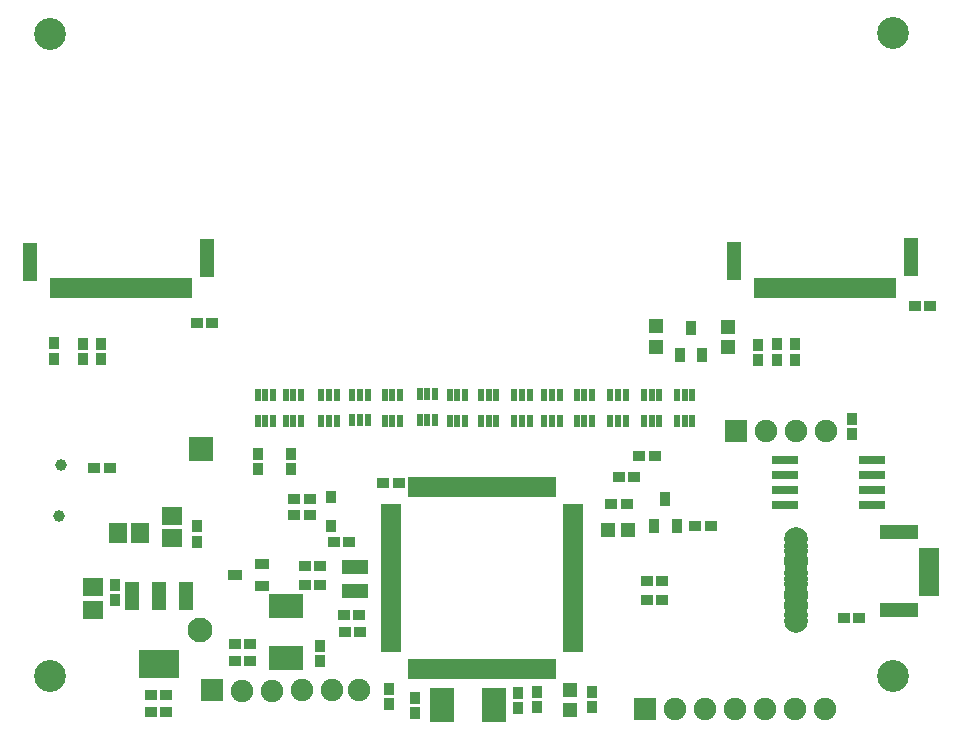
<source format=gbr>
G04 DipTrace 3.3.1.3*
G04 TopMask.gbr*
%MOIN*%
G04 #@! TF.FileFunction,Soldermask,Top*
G04 #@! TF.Part,Single*
%AMOUTLINE1*
4,1,4,
-0.033465,0.029528,
0.033465,0.029528,
0.033465,-0.029528,
-0.033465,-0.029528,
-0.033465,0.029528,
0*%
%ADD53R,0.074803X0.074803*%
%ADD54C,0.074803*%
%ADD61C,0.106299*%
%ADD62C,0.07874*%
%ADD63C,0.03937*%
%ADD69R,0.047244X0.125984*%
%ADD71R,0.019685X0.066929*%
%ADD75C,0.082677*%
%ADD76R,0.082677X0.082677*%
%ADD77R,0.125984X0.051181*%
%ADD79R,0.066929X0.019685*%
%ADD81R,0.045276X0.023622*%
%ADD83R,0.114173X0.07874*%
%ADD85R,0.049213X0.033465*%
%ADD87R,0.059055X0.066929*%
%ADD91R,0.07874X0.114173*%
%ADD93R,0.086614X0.047244*%
%ADD95R,0.066929X0.059055*%
%ADD97R,0.033465X0.049213*%
%ADD101R,0.051181X0.047244*%
%ADD103R,0.047244X0.051181*%
%ADD105R,0.086614X0.031496*%
%ADD107R,0.043307X0.035433*%
%ADD109R,0.035433X0.043307*%
%ADD111R,0.135827X0.09252*%
%ADD113R,0.045276X0.09252*%
%ADD115R,0.023622X0.043307*%
%ADD117R,0.019685X0.070866*%
%ADD119R,0.070866X0.019685*%
%ADD127OUTLINE1*%
%FSLAX26Y26*%
G04*
G70*
G90*
G75*
G01*
G04 TopMask*
%LPD*%
D119*
X1702140Y1176091D3*
Y1156406D3*
Y1136720D3*
Y1117035D3*
Y1097350D3*
Y1077665D3*
Y1057980D3*
Y1038295D3*
Y1018610D3*
Y998925D3*
Y979240D3*
Y959555D3*
Y939870D3*
Y920185D3*
Y900500D3*
Y880815D3*
Y861130D3*
Y841445D3*
Y821760D3*
Y802075D3*
Y782390D3*
Y762705D3*
Y743020D3*
Y723335D3*
Y703650D3*
D117*
X1769070Y636720D3*
X1788755D3*
X1808440D3*
X1828125D3*
X1847810D3*
X1867495D3*
X1887180D3*
X1906865D3*
X1926550D3*
X1946235D3*
X1965920D3*
X1985605D3*
X2005290D3*
X2024975D3*
X2044660D3*
X2064345D3*
X2084030D3*
X2103715D3*
X2123400D3*
X2143085D3*
X2162770D3*
X2182455D3*
X2202140D3*
X2221825D3*
X2241510D3*
D119*
X2308440Y703650D3*
Y723335D3*
Y743020D3*
Y762705D3*
Y782390D3*
Y802075D3*
Y821760D3*
Y841445D3*
Y861130D3*
Y880815D3*
Y900500D3*
Y920185D3*
Y939870D3*
Y959555D3*
Y979240D3*
Y998925D3*
Y1018610D3*
Y1038295D3*
Y1057980D3*
Y1077665D3*
Y1097350D3*
Y1117035D3*
Y1136720D3*
Y1156406D3*
Y1176091D3*
D117*
X2241510Y1243020D3*
X2221825D3*
X2202140D3*
X2182455D3*
X2162770D3*
X2143085D3*
X2123400D3*
X2103715D3*
X2084030D3*
X2064345D3*
X2044660D3*
X2024975D3*
X2005290D3*
X1985605D3*
X1965920D3*
X1946235D3*
X1926550D3*
X1906865D3*
X1887180D3*
X1867495D3*
X1847810D3*
X1828125D3*
X1808440D3*
X1788755D3*
X1769070D3*
D61*
X3375938Y612835D3*
X566161Y612088D3*
X566534Y2753264D3*
D115*
X2596421Y1550003D3*
X2570831D3*
X2545240D3*
Y1463388D3*
X2570831D3*
X2596421D3*
X2483957Y1548925D3*
X2458366D3*
X2432776D3*
Y1462311D3*
X2458366D3*
X2483957D3*
X2371462Y1548825D3*
X2345871D3*
X2320281D3*
Y1462211D3*
X2345871D3*
X2371462D3*
X2264165Y1548904D3*
X2238575D3*
X2212984D3*
Y1462290D3*
X2238575D3*
X2264165D3*
X2163564Y1550348D3*
X2137974D3*
X2112383D3*
Y1463734D3*
X2137974D3*
X2163564D3*
X2705867Y1550394D3*
X2680277D3*
X2654686D3*
Y1463780D3*
X2680277D3*
X2705867D3*
X2052696Y1550037D3*
X2027105D3*
X2001514D3*
Y1463423D3*
X2027105D3*
X2052696D3*
X1947793Y1550041D3*
X1922202D3*
X1896612D3*
Y1463427D3*
X1922202D3*
X1947793D3*
X1848265Y1550732D3*
X1822675D3*
X1797084D3*
Y1464118D3*
X1822675D3*
X1848265D3*
X1623803Y1550556D3*
X1598213D3*
X1572622D3*
Y1463942D3*
X1598213D3*
X1623803D3*
X1520504Y1549568D3*
X1494913D3*
X1469323D3*
Y1462954D3*
X1494913D3*
X1520504D3*
X1402009Y1548344D3*
X1376419D3*
X1350828D3*
Y1461730D3*
X1376419D3*
X1402009D3*
X1307906Y1548440D3*
X1282315D3*
X1256724D3*
Y1461825D3*
X1282315D3*
X1307906D3*
D127*
X709552Y908500D3*
Y833697D3*
D113*
X1019438Y880290D3*
X928887D3*
X838336D3*
D111*
X928887Y651944D3*
D109*
X782648Y915715D3*
Y864534D3*
D107*
X951703Y491304D3*
X900522D3*
X901181Y548475D3*
X952362D3*
X1510278Y1058766D3*
X1561459D3*
D109*
X1693993Y568948D3*
Y517766D3*
D107*
X1675430Y1254281D3*
X1726612D3*
X2487425Y1184433D3*
X2436244D3*
X3262660Y806400D3*
X3211479D3*
D115*
X1731177Y1550014D3*
X1705587D3*
X1679996D3*
Y1463400D3*
X1705587D3*
X1731177D3*
D105*
X3013450Y1330940D3*
Y1280941D3*
Y1230941D3*
Y1180940D3*
X3304789D3*
Y1230941D3*
Y1280941D3*
Y1330940D3*
D107*
X2460386Y1277051D3*
X2511567D3*
X1180428Y663444D3*
X1231609D3*
X1232362Y718941D3*
X1181181D3*
X1546856Y757469D3*
X1598037D3*
D103*
X2296878Y566948D3*
Y500018D3*
D101*
X2425739Y1100332D3*
X2492668D3*
D109*
X2188273Y559602D3*
Y508421D3*
D107*
X2605962Y865521D3*
X2554781D3*
X2606164Y927587D3*
X2554983D3*
D109*
X577206Y1670522D3*
Y1721703D3*
D107*
X3499222Y1844013D3*
X3448041D3*
D97*
X2663896Y1681601D3*
X2738699D3*
X2701298Y1772152D3*
D103*
X2585681Y1710472D3*
Y1777402D3*
X2823966Y1709476D3*
Y1776406D3*
D109*
X674902Y1667635D3*
Y1718816D3*
D97*
X2578715Y1111018D3*
X2653518D3*
X2616117Y1201570D3*
D107*
X2716479Y1111228D3*
X2767660D3*
X1379789Y1203199D3*
X1430970D3*
X1379545Y1148273D3*
X1430726D3*
D109*
X1055114Y1059639D3*
Y1110820D3*
D95*
X972685Y1070563D3*
Y1145366D3*
D109*
X1500588Y1110664D3*
Y1209352D3*
D107*
X1414163Y980534D3*
X1465344D3*
X1413881Y914903D3*
X1465062D3*
D109*
X1257924Y1352337D3*
Y1301156D3*
X1367722Y1352017D3*
Y1300836D3*
X735531Y1668554D3*
Y1719735D3*
X2924045Y1665289D3*
Y1716470D3*
X2986762Y1666476D3*
Y1717657D3*
X3047541Y1666100D3*
Y1717281D3*
D93*
X1580469Y896836D3*
X1579944Y976757D3*
D107*
X1545017Y814879D3*
X1596198D3*
D91*
X2043728Y514740D3*
X1870500D3*
D109*
X2125794Y505978D3*
Y557159D3*
D62*
X3052806Y1068936D3*
X3052150Y1028647D3*
X3052675Y988358D3*
X3052937Y956337D3*
X3052806Y919592D3*
X3051756Y877203D3*
X3052675Y843083D3*
X3052281Y796101D3*
D53*
X2548272Y501539D3*
D54*
X2648488Y501064D3*
X2748488D3*
X2848488D3*
X2948488D3*
X3048488D3*
X3148488D3*
D107*
X763295Y1307136D3*
X712114D3*
D109*
X1780541Y538940D3*
Y487759D3*
D87*
X789936Y1087976D3*
X864739D3*
D109*
X2371852Y560395D3*
Y509214D3*
D85*
X1272825Y910762D3*
Y985566D3*
X1182274Y948164D3*
D109*
X3238412Y1468971D3*
Y1417790D3*
D107*
X1104634Y1789071D3*
X1053453D3*
X2529189Y1346726D3*
X2580370D3*
D83*
X1351559Y844003D3*
Y670774D3*
D109*
X1464744Y660786D3*
Y711967D3*
D61*
X3376210Y2754037D3*
D81*
X3383075Y1092331D3*
D79*
X3494226Y1028289D3*
Y1008604D3*
Y988919D3*
Y969234D3*
Y949549D3*
Y929864D3*
Y910178D3*
Y890493D3*
D81*
X3404102Y829454D3*
D77*
X3393262Y830571D3*
X3394991Y1090584D3*
D76*
X1066932Y1367993D3*
D75*
X1064887Y765896D3*
D53*
X1104487Y564496D3*
D54*
X1204298Y563698D3*
X1304446Y563378D3*
X1404293Y564358D3*
X1504709Y564100D3*
X1596287Y564496D3*
D53*
X2852873Y1429038D3*
D54*
X2952622Y1428644D3*
X3052738Y1429072D3*
X3152600Y1429661D3*
D71*
X575500Y1905430D3*
X595188D3*
X614875D3*
X634563D3*
X654251D3*
X673938D3*
X693626D3*
X713314D3*
X733000D3*
X752688D3*
X772375D3*
X792063D3*
X811751D3*
X831438D3*
X851126D3*
X870814D3*
X890500D3*
X910188D3*
X929875D3*
X949563D3*
X969251D3*
X988938D3*
X1008626D3*
X1028314D3*
D69*
X498189Y1993871D3*
X1087751Y2006722D3*
D71*
X2922875Y1907005D3*
X2942563D3*
X2962251D3*
X2981938D3*
X3001626D3*
X3021314D3*
X3041001D3*
X3060689D3*
X3080375D3*
X3100063D3*
X3119751D3*
X3139438D3*
X3159126D3*
X3178814D3*
X3198501D3*
X3218189D3*
X3237875D3*
X3257563D3*
X3277251D3*
X3296938D3*
X3316626D3*
X3336314D3*
X3356001D3*
X3375689D3*
D69*
X2845564Y1995446D3*
X3435126Y2008297D3*
D63*
X596073Y1146997D3*
X601747Y1316585D3*
D62*
X3052009Y1045982D3*
X3051615Y1002412D3*
X3052009Y934696D3*
X3051484Y889945D3*
X3050172Y815142D3*
X3052272Y851231D3*
M02*

</source>
